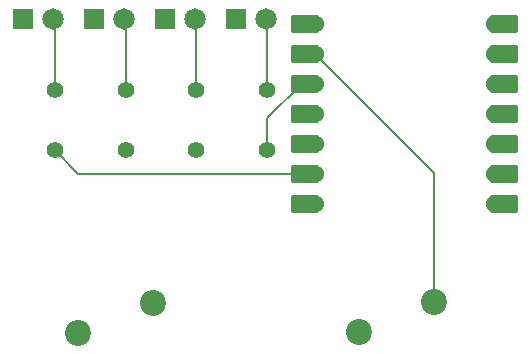
<source format=gbr>
%TF.GenerationSoftware,KiCad,Pcbnew,9.0.2*%
%TF.CreationDate,2025-07-04T12:16:03+03:00*%
%TF.ProjectId,pathfinder,70617468-6669-46e6-9465-722e6b696361,rev?*%
%TF.SameCoordinates,Original*%
%TF.FileFunction,Copper,L1,Top*%
%TF.FilePolarity,Positive*%
%FSLAX46Y46*%
G04 Gerber Fmt 4.6, Leading zero omitted, Abs format (unit mm)*
G04 Created by KiCad (PCBNEW 9.0.2) date 2025-07-04 12:16:03*
%MOMM*%
%LPD*%
G01*
G04 APERTURE LIST*
G04 Aperture macros list*
%AMRoundRect*
0 Rectangle with rounded corners*
0 $1 Rounding radius*
0 $2 $3 $4 $5 $6 $7 $8 $9 X,Y pos of 4 corners*
0 Add a 4 corners polygon primitive as box body*
4,1,4,$2,$3,$4,$5,$6,$7,$8,$9,$2,$3,0*
0 Add four circle primitives for the rounded corners*
1,1,$1+$1,$2,$3*
1,1,$1+$1,$4,$5*
1,1,$1+$1,$6,$7*
1,1,$1+$1,$8,$9*
0 Add four rect primitives between the rounded corners*
20,1,$1+$1,$2,$3,$4,$5,0*
20,1,$1+$1,$4,$5,$6,$7,0*
20,1,$1+$1,$6,$7,$8,$9,0*
20,1,$1+$1,$8,$9,$2,$3,0*%
G04 Aperture macros list end*
%TA.AperFunction,ComponentPad*%
%ADD10C,2.200000*%
%TD*%
%TA.AperFunction,ComponentPad*%
%ADD11C,1.815000*%
%TD*%
%TA.AperFunction,ComponentPad*%
%ADD12R,1.815000X1.815000*%
%TD*%
%TA.AperFunction,ComponentPad*%
%ADD13C,1.400000*%
%TD*%
%TA.AperFunction,SMDPad,CuDef*%
%ADD14RoundRect,0.152400X1.063600X0.609600X-1.063600X0.609600X-1.063600X-0.609600X1.063600X-0.609600X0*%
%TD*%
%TA.AperFunction,ComponentPad*%
%ADD15C,1.524000*%
%TD*%
%TA.AperFunction,SMDPad,CuDef*%
%ADD16RoundRect,0.152400X-1.063600X-0.609600X1.063600X-0.609600X1.063600X0.609600X-1.063600X0.609600X0*%
%TD*%
%TA.AperFunction,Conductor*%
%ADD17C,0.200000*%
%TD*%
G04 APERTURE END LIST*
D10*
%TO.P,SW1,1,1*%
%TO.N,btn1*%
X148950000Y-107260000D03*
%TO.P,SW1,2,2*%
%TO.N,GND*%
X142600000Y-109800000D03*
%TD*%
D11*
%TO.P,D2,A*%
%TO.N,Net-(D2-PadA)*%
X152490000Y-83260000D03*
D12*
%TO.P,D2,C*%
%TO.N,GND*%
X149950000Y-83260000D03*
%TD*%
D11*
%TO.P,D3,A*%
%TO.N,Net-(D3-PadA)*%
X146490000Y-83260000D03*
D12*
%TO.P,D3,C*%
%TO.N,GND*%
X143950000Y-83260000D03*
%TD*%
D10*
%TO.P,SW2,1,1*%
%TO.N,btn2*%
X172720000Y-107220000D03*
%TO.P,SW2,2,2*%
%TO.N,GND*%
X166370000Y-109760000D03*
%TD*%
D11*
%TO.P,D4,A*%
%TO.N,Net-(D4-PadA)*%
X140490000Y-83260000D03*
D12*
%TO.P,D4,C*%
%TO.N,GND*%
X137950000Y-83260000D03*
%TD*%
D13*
%TO.P,R3,1*%
%TO.N,Net-(D3-PadA)*%
X146600000Y-89260000D03*
%TO.P,R3,2*%
%TO.N,led3*%
X146600000Y-94340000D03*
%TD*%
D11*
%TO.P,D1,A*%
%TO.N,Net-(D1-PadA)*%
X158490000Y-83260000D03*
D12*
%TO.P,D1,C*%
%TO.N,GND*%
X155950000Y-83260000D03*
%TD*%
D13*
%TO.P,R2,1*%
%TO.N,Net-(D2-PadA)*%
X152600000Y-89260000D03*
%TO.P,R2,2*%
%TO.N,led2*%
X152600000Y-94340000D03*
%TD*%
D14*
%TO.P,U1,1,GPIO26/ADC0/A0*%
%TO.N,btn1*%
X161765000Y-83640000D03*
D15*
X162600000Y-83640000D03*
D14*
%TO.P,U1,2,GPIO27/ADC1/A1*%
%TO.N,btn2*%
X161765000Y-86180000D03*
D15*
X162600000Y-86180000D03*
D14*
%TO.P,U1,3,GPIO28/ADC2/A2*%
%TO.N,led1*%
X161765000Y-88720000D03*
D15*
X162600000Y-88720000D03*
D14*
%TO.P,U1,4,GPIO29/ADC3/A3*%
%TO.N,led2*%
X161765000Y-91260000D03*
D15*
X162600000Y-91260000D03*
D14*
%TO.P,U1,5,GPIO6/SDA*%
%TO.N,led3*%
X161765000Y-93800000D03*
D15*
X162600000Y-93800000D03*
D14*
%TO.P,U1,6,GPIO7/SCL*%
%TO.N,led4*%
X161765000Y-96340000D03*
D15*
X162600000Y-96340000D03*
D14*
%TO.P,U1,7,GPIO0/TX*%
%TO.N,unconnected-(U1-GPIO0{slash}TX-Pad7)*%
X161765000Y-98880000D03*
D15*
X162600000Y-98880000D03*
%TO.P,U1,8,GPIO1/RX*%
%TO.N,unconnected-(U1-GPIO1{slash}RX-Pad8)*%
X177840000Y-98880000D03*
D16*
X178675000Y-98880000D03*
D15*
%TO.P,U1,9,GPIO2/SCK*%
%TO.N,unconnected-(U1-GPIO2{slash}SCK-Pad9)*%
X177840000Y-96340000D03*
D16*
X178675000Y-96340000D03*
D15*
%TO.P,U1,10,GPIO4/MISO*%
%TO.N,unconnected-(U1-GPIO4{slash}MISO-Pad10)*%
X177840000Y-93800000D03*
D16*
X178675000Y-93800000D03*
D15*
%TO.P,U1,11,GPIO3/MOSI*%
%TO.N,unconnected-(U1-GPIO3{slash}MOSI-Pad11)*%
X177840000Y-91260000D03*
D16*
X178675000Y-91260000D03*
D15*
%TO.P,U1,12,3V3*%
%TO.N,unconnected-(U1-3V3-Pad12)*%
X177840000Y-88720000D03*
D16*
X178675000Y-88720000D03*
D15*
%TO.P,U1,13,GND*%
%TO.N,GND*%
X177840000Y-86180000D03*
D16*
X178675000Y-86180000D03*
D15*
%TO.P,U1,14,VBUS*%
%TO.N,unconnected-(U1-VBUS-Pad14)*%
X177840000Y-83640000D03*
D16*
X178675000Y-83640000D03*
%TD*%
D13*
%TO.P,R4,1*%
%TO.N,Net-(D4-PadA)*%
X140600000Y-89260000D03*
%TO.P,R4,2*%
%TO.N,led4*%
X140600000Y-94340000D03*
%TD*%
%TO.P,R1,1*%
%TO.N,Net-(D1-PadA)*%
X158600000Y-89220000D03*
%TO.P,R1,2*%
%TO.N,led1*%
X158600000Y-94300000D03*
%TD*%
D17*
%TO.N,Net-(D1-PadA)*%
X158600000Y-83370000D02*
X158490000Y-83260000D01*
X158600000Y-89220000D02*
X158600000Y-83370000D01*
%TO.N,Net-(D2-PadA)*%
X152600000Y-89260000D02*
X152600000Y-83370000D01*
X152600000Y-83370000D02*
X152490000Y-83260000D01*
%TO.N,Net-(D3-PadA)*%
X146600000Y-83370000D02*
X146490000Y-83260000D01*
X146600000Y-89260000D02*
X146600000Y-83370000D01*
%TO.N,Net-(D4-PadA)*%
X140600000Y-83370000D02*
X140490000Y-83260000D01*
X140600000Y-89260000D02*
X140600000Y-83370000D01*
%TO.N,led1*%
X158600000Y-94300000D02*
X158600000Y-91642370D01*
X161522370Y-88720000D02*
X162600000Y-88720000D01*
X158600000Y-91642370D02*
X161522370Y-88720000D01*
%TO.N,led4*%
X140600000Y-94340000D02*
X142600000Y-96340000D01*
X142600000Y-96340000D02*
X162600000Y-96340000D01*
%TO.N,btn2*%
X162600000Y-86180000D02*
X161765000Y-86180000D01*
X172720000Y-107220000D02*
X172720000Y-96300000D01*
X172720000Y-96300000D02*
X162600000Y-86180000D01*
%TD*%
M02*

</source>
